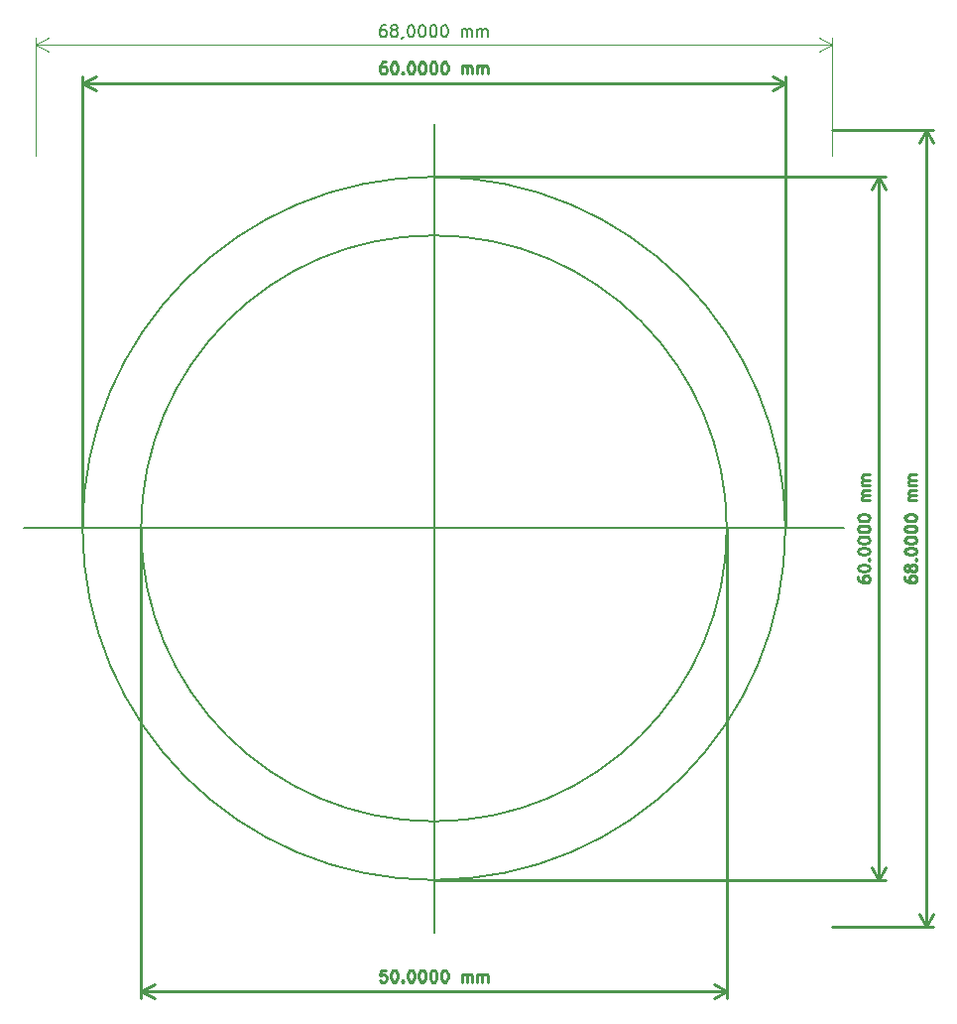
<source format=gbr>
G04 #@! TF.GenerationSoftware,KiCad,Pcbnew,6.0.11-2627ca5db0~126~ubuntu22.04.1*
G04 #@! TF.CreationDate,2023-12-06T10:27:33+01:00*
G04 #@! TF.ProjectId,roomthermostat,726f6f6d-7468-4657-926d-6f737461742e,C*
G04 #@! TF.SameCoordinates,Original*
G04 #@! TF.FileFunction,Other,Comment*
%FSLAX46Y46*%
G04 Gerber Fmt 4.6, Leading zero omitted, Abs format (unit mm)*
G04 Created by KiCad (PCBNEW 6.0.11-2627ca5db0~126~ubuntu22.04.1) date 2023-12-06 10:27:33*
%MOMM*%
%LPD*%
G01*
G04 APERTURE LIST*
%ADD10C,0.200000*%
%ADD11C,0.250000*%
%ADD12C,0.150000*%
%ADD13C,0.100000*%
G04 APERTURE END LIST*
D10*
X121915000Y-100370000D02*
G75*
G03*
X121915000Y-100370000I-25000000J0D01*
G01*
X126915000Y-100370000D02*
G75*
G03*
X126915000Y-100370000I-30000000J0D01*
G01*
X96915000Y-65870000D02*
X96915000Y-134870000D01*
X131915000Y-100370000D02*
X61915000Y-100370000D01*
X96915000Y-65870000D02*
X96915000Y-134870000D01*
X131915000Y-100370000D02*
X61915000Y-100370000D01*
D11*
X133117380Y-104512857D02*
X133117380Y-104703333D01*
X133165000Y-104798571D01*
X133212619Y-104846190D01*
X133355476Y-104941428D01*
X133545952Y-104989047D01*
X133926904Y-104989047D01*
X134022142Y-104941428D01*
X134069761Y-104893809D01*
X134117380Y-104798571D01*
X134117380Y-104608095D01*
X134069761Y-104512857D01*
X134022142Y-104465238D01*
X133926904Y-104417619D01*
X133688809Y-104417619D01*
X133593571Y-104465238D01*
X133545952Y-104512857D01*
X133498333Y-104608095D01*
X133498333Y-104798571D01*
X133545952Y-104893809D01*
X133593571Y-104941428D01*
X133688809Y-104989047D01*
X133117380Y-103798571D02*
X133117380Y-103703333D01*
X133165000Y-103608095D01*
X133212619Y-103560476D01*
X133307857Y-103512857D01*
X133498333Y-103465238D01*
X133736428Y-103465238D01*
X133926904Y-103512857D01*
X134022142Y-103560476D01*
X134069761Y-103608095D01*
X134117380Y-103703333D01*
X134117380Y-103798571D01*
X134069761Y-103893809D01*
X134022142Y-103941428D01*
X133926904Y-103989047D01*
X133736428Y-104036666D01*
X133498333Y-104036666D01*
X133307857Y-103989047D01*
X133212619Y-103941428D01*
X133165000Y-103893809D01*
X133117380Y-103798571D01*
X134022142Y-103036666D02*
X134069761Y-102989047D01*
X134117380Y-103036666D01*
X134069761Y-103084285D01*
X134022142Y-103036666D01*
X134117380Y-103036666D01*
X133117380Y-102370000D02*
X133117380Y-102274761D01*
X133165000Y-102179523D01*
X133212619Y-102131904D01*
X133307857Y-102084285D01*
X133498333Y-102036666D01*
X133736428Y-102036666D01*
X133926904Y-102084285D01*
X134022142Y-102131904D01*
X134069761Y-102179523D01*
X134117380Y-102274761D01*
X134117380Y-102370000D01*
X134069761Y-102465238D01*
X134022142Y-102512857D01*
X133926904Y-102560476D01*
X133736428Y-102608095D01*
X133498333Y-102608095D01*
X133307857Y-102560476D01*
X133212619Y-102512857D01*
X133165000Y-102465238D01*
X133117380Y-102370000D01*
X133117380Y-101417619D02*
X133117380Y-101322380D01*
X133165000Y-101227142D01*
X133212619Y-101179523D01*
X133307857Y-101131904D01*
X133498333Y-101084285D01*
X133736428Y-101084285D01*
X133926904Y-101131904D01*
X134022142Y-101179523D01*
X134069761Y-101227142D01*
X134117380Y-101322380D01*
X134117380Y-101417619D01*
X134069761Y-101512857D01*
X134022142Y-101560476D01*
X133926904Y-101608095D01*
X133736428Y-101655714D01*
X133498333Y-101655714D01*
X133307857Y-101608095D01*
X133212619Y-101560476D01*
X133165000Y-101512857D01*
X133117380Y-101417619D01*
X133117380Y-100465238D02*
X133117380Y-100370000D01*
X133165000Y-100274761D01*
X133212619Y-100227142D01*
X133307857Y-100179523D01*
X133498333Y-100131904D01*
X133736428Y-100131904D01*
X133926904Y-100179523D01*
X134022142Y-100227142D01*
X134069761Y-100274761D01*
X134117380Y-100370000D01*
X134117380Y-100465238D01*
X134069761Y-100560476D01*
X134022142Y-100608095D01*
X133926904Y-100655714D01*
X133736428Y-100703333D01*
X133498333Y-100703333D01*
X133307857Y-100655714D01*
X133212619Y-100608095D01*
X133165000Y-100560476D01*
X133117380Y-100465238D01*
X133117380Y-99512857D02*
X133117380Y-99417619D01*
X133165000Y-99322380D01*
X133212619Y-99274761D01*
X133307857Y-99227142D01*
X133498333Y-99179523D01*
X133736428Y-99179523D01*
X133926904Y-99227142D01*
X134022142Y-99274761D01*
X134069761Y-99322380D01*
X134117380Y-99417619D01*
X134117380Y-99512857D01*
X134069761Y-99608095D01*
X134022142Y-99655714D01*
X133926904Y-99703333D01*
X133736428Y-99750952D01*
X133498333Y-99750952D01*
X133307857Y-99703333D01*
X133212619Y-99655714D01*
X133165000Y-99608095D01*
X133117380Y-99512857D01*
X134117380Y-97989047D02*
X133450714Y-97989047D01*
X133545952Y-97989047D02*
X133498333Y-97941428D01*
X133450714Y-97846190D01*
X133450714Y-97703333D01*
X133498333Y-97608095D01*
X133593571Y-97560476D01*
X134117380Y-97560476D01*
X133593571Y-97560476D02*
X133498333Y-97512857D01*
X133450714Y-97417619D01*
X133450714Y-97274761D01*
X133498333Y-97179523D01*
X133593571Y-97131904D01*
X134117380Y-97131904D01*
X134117380Y-96655714D02*
X133450714Y-96655714D01*
X133545952Y-96655714D02*
X133498333Y-96608095D01*
X133450714Y-96512857D01*
X133450714Y-96370000D01*
X133498333Y-96274761D01*
X133593571Y-96227142D01*
X134117380Y-96227142D01*
X133593571Y-96227142D02*
X133498333Y-96179523D01*
X133450714Y-96084285D01*
X133450714Y-95941428D01*
X133498333Y-95846190D01*
X133593571Y-95798571D01*
X134117380Y-95798571D01*
X96915000Y-130370000D02*
X135501420Y-130370000D01*
X96915000Y-70370000D02*
X135501420Y-70370000D01*
X134915000Y-130370000D02*
X134915000Y-70370000D01*
X134915000Y-130370000D02*
X134915000Y-70370000D01*
X134915000Y-130370000D02*
X135501421Y-129243496D01*
X134915000Y-130370000D02*
X134328579Y-129243496D01*
X134915000Y-70370000D02*
X134328579Y-71496504D01*
X134915000Y-70370000D02*
X135501421Y-71496504D01*
X92772142Y-60572380D02*
X92581666Y-60572380D01*
X92486428Y-60620000D01*
X92438809Y-60667619D01*
X92343571Y-60810476D01*
X92295952Y-61000952D01*
X92295952Y-61381904D01*
X92343571Y-61477142D01*
X92391190Y-61524761D01*
X92486428Y-61572380D01*
X92676904Y-61572380D01*
X92772142Y-61524761D01*
X92819761Y-61477142D01*
X92867380Y-61381904D01*
X92867380Y-61143809D01*
X92819761Y-61048571D01*
X92772142Y-61000952D01*
X92676904Y-60953333D01*
X92486428Y-60953333D01*
X92391190Y-61000952D01*
X92343571Y-61048571D01*
X92295952Y-61143809D01*
X93486428Y-60572380D02*
X93581666Y-60572380D01*
X93676904Y-60620000D01*
X93724523Y-60667619D01*
X93772142Y-60762857D01*
X93819761Y-60953333D01*
X93819761Y-61191428D01*
X93772142Y-61381904D01*
X93724523Y-61477142D01*
X93676904Y-61524761D01*
X93581666Y-61572380D01*
X93486428Y-61572380D01*
X93391190Y-61524761D01*
X93343571Y-61477142D01*
X93295952Y-61381904D01*
X93248333Y-61191428D01*
X93248333Y-60953333D01*
X93295952Y-60762857D01*
X93343571Y-60667619D01*
X93391190Y-60620000D01*
X93486428Y-60572380D01*
X94248333Y-61477142D02*
X94295952Y-61524761D01*
X94248333Y-61572380D01*
X94200714Y-61524761D01*
X94248333Y-61477142D01*
X94248333Y-61572380D01*
X94915000Y-60572380D02*
X95010238Y-60572380D01*
X95105476Y-60620000D01*
X95153095Y-60667619D01*
X95200714Y-60762857D01*
X95248333Y-60953333D01*
X95248333Y-61191428D01*
X95200714Y-61381904D01*
X95153095Y-61477142D01*
X95105476Y-61524761D01*
X95010238Y-61572380D01*
X94915000Y-61572380D01*
X94819761Y-61524761D01*
X94772142Y-61477142D01*
X94724523Y-61381904D01*
X94676904Y-61191428D01*
X94676904Y-60953333D01*
X94724523Y-60762857D01*
X94772142Y-60667619D01*
X94819761Y-60620000D01*
X94915000Y-60572380D01*
X95867380Y-60572380D02*
X95962619Y-60572380D01*
X96057857Y-60620000D01*
X96105476Y-60667619D01*
X96153095Y-60762857D01*
X96200714Y-60953333D01*
X96200714Y-61191428D01*
X96153095Y-61381904D01*
X96105476Y-61477142D01*
X96057857Y-61524761D01*
X95962619Y-61572380D01*
X95867380Y-61572380D01*
X95772142Y-61524761D01*
X95724523Y-61477142D01*
X95676904Y-61381904D01*
X95629285Y-61191428D01*
X95629285Y-60953333D01*
X95676904Y-60762857D01*
X95724523Y-60667619D01*
X95772142Y-60620000D01*
X95867380Y-60572380D01*
X96819761Y-60572380D02*
X96915000Y-60572380D01*
X97010238Y-60620000D01*
X97057857Y-60667619D01*
X97105476Y-60762857D01*
X97153095Y-60953333D01*
X97153095Y-61191428D01*
X97105476Y-61381904D01*
X97057857Y-61477142D01*
X97010238Y-61524761D01*
X96915000Y-61572380D01*
X96819761Y-61572380D01*
X96724523Y-61524761D01*
X96676904Y-61477142D01*
X96629285Y-61381904D01*
X96581666Y-61191428D01*
X96581666Y-60953333D01*
X96629285Y-60762857D01*
X96676904Y-60667619D01*
X96724523Y-60620000D01*
X96819761Y-60572380D01*
X97772142Y-60572380D02*
X97867380Y-60572380D01*
X97962619Y-60620000D01*
X98010238Y-60667619D01*
X98057857Y-60762857D01*
X98105476Y-60953333D01*
X98105476Y-61191428D01*
X98057857Y-61381904D01*
X98010238Y-61477142D01*
X97962619Y-61524761D01*
X97867380Y-61572380D01*
X97772142Y-61572380D01*
X97676904Y-61524761D01*
X97629285Y-61477142D01*
X97581666Y-61381904D01*
X97534047Y-61191428D01*
X97534047Y-60953333D01*
X97581666Y-60762857D01*
X97629285Y-60667619D01*
X97676904Y-60620000D01*
X97772142Y-60572380D01*
X99295952Y-61572380D02*
X99295952Y-60905714D01*
X99295952Y-61000952D02*
X99343571Y-60953333D01*
X99438809Y-60905714D01*
X99581666Y-60905714D01*
X99676904Y-60953333D01*
X99724523Y-61048571D01*
X99724523Y-61572380D01*
X99724523Y-61048571D02*
X99772142Y-60953333D01*
X99867380Y-60905714D01*
X100010238Y-60905714D01*
X100105476Y-60953333D01*
X100153095Y-61048571D01*
X100153095Y-61572380D01*
X100629285Y-61572380D02*
X100629285Y-60905714D01*
X100629285Y-61000952D02*
X100676904Y-60953333D01*
X100772142Y-60905714D01*
X100915000Y-60905714D01*
X101010238Y-60953333D01*
X101057857Y-61048571D01*
X101057857Y-61572380D01*
X101057857Y-61048571D02*
X101105476Y-60953333D01*
X101200714Y-60905714D01*
X101343571Y-60905714D01*
X101438809Y-60953333D01*
X101486428Y-61048571D01*
X101486428Y-61572380D01*
X126915000Y-100370000D02*
X126915000Y-61783580D01*
X66915000Y-100370000D02*
X66915000Y-61783580D01*
X126915000Y-62370000D02*
X66915000Y-62370000D01*
X126915000Y-62370000D02*
X66915000Y-62370000D01*
X126915000Y-62370000D02*
X125788496Y-61783579D01*
X126915000Y-62370000D02*
X125788496Y-62956421D01*
X66915000Y-62370000D02*
X68041504Y-62956421D01*
X66915000Y-62370000D02*
X68041504Y-61783579D01*
X137117380Y-104512857D02*
X137117380Y-104703333D01*
X137165000Y-104798571D01*
X137212619Y-104846190D01*
X137355476Y-104941428D01*
X137545952Y-104989047D01*
X137926904Y-104989047D01*
X138022142Y-104941428D01*
X138069761Y-104893809D01*
X138117380Y-104798571D01*
X138117380Y-104608095D01*
X138069761Y-104512857D01*
X138022142Y-104465238D01*
X137926904Y-104417619D01*
X137688809Y-104417619D01*
X137593571Y-104465238D01*
X137545952Y-104512857D01*
X137498333Y-104608095D01*
X137498333Y-104798571D01*
X137545952Y-104893809D01*
X137593571Y-104941428D01*
X137688809Y-104989047D01*
X137545952Y-103846190D02*
X137498333Y-103941428D01*
X137450714Y-103989047D01*
X137355476Y-104036666D01*
X137307857Y-104036666D01*
X137212619Y-103989047D01*
X137165000Y-103941428D01*
X137117380Y-103846190D01*
X137117380Y-103655714D01*
X137165000Y-103560476D01*
X137212619Y-103512857D01*
X137307857Y-103465238D01*
X137355476Y-103465238D01*
X137450714Y-103512857D01*
X137498333Y-103560476D01*
X137545952Y-103655714D01*
X137545952Y-103846190D01*
X137593571Y-103941428D01*
X137641190Y-103989047D01*
X137736428Y-104036666D01*
X137926904Y-104036666D01*
X138022142Y-103989047D01*
X138069761Y-103941428D01*
X138117380Y-103846190D01*
X138117380Y-103655714D01*
X138069761Y-103560476D01*
X138022142Y-103512857D01*
X137926904Y-103465238D01*
X137736428Y-103465238D01*
X137641190Y-103512857D01*
X137593571Y-103560476D01*
X137545952Y-103655714D01*
X138022142Y-103036666D02*
X138069761Y-102989047D01*
X138117380Y-103036666D01*
X138069761Y-103084285D01*
X138022142Y-103036666D01*
X138117380Y-103036666D01*
X137117380Y-102370000D02*
X137117380Y-102274761D01*
X137165000Y-102179523D01*
X137212619Y-102131904D01*
X137307857Y-102084285D01*
X137498333Y-102036666D01*
X137736428Y-102036666D01*
X137926904Y-102084285D01*
X138022142Y-102131904D01*
X138069761Y-102179523D01*
X138117380Y-102274761D01*
X138117380Y-102370000D01*
X138069761Y-102465238D01*
X138022142Y-102512857D01*
X137926904Y-102560476D01*
X137736428Y-102608095D01*
X137498333Y-102608095D01*
X137307857Y-102560476D01*
X137212619Y-102512857D01*
X137165000Y-102465238D01*
X137117380Y-102370000D01*
X137117380Y-101417619D02*
X137117380Y-101322380D01*
X137165000Y-101227142D01*
X137212619Y-101179523D01*
X137307857Y-101131904D01*
X137498333Y-101084285D01*
X137736428Y-101084285D01*
X137926904Y-101131904D01*
X138022142Y-101179523D01*
X138069761Y-101227142D01*
X138117380Y-101322380D01*
X138117380Y-101417619D01*
X138069761Y-101512857D01*
X138022142Y-101560476D01*
X137926904Y-101608095D01*
X137736428Y-101655714D01*
X137498333Y-101655714D01*
X137307857Y-101608095D01*
X137212619Y-101560476D01*
X137165000Y-101512857D01*
X137117380Y-101417619D01*
X137117380Y-100465238D02*
X137117380Y-100370000D01*
X137165000Y-100274761D01*
X137212619Y-100227142D01*
X137307857Y-100179523D01*
X137498333Y-100131904D01*
X137736428Y-100131904D01*
X137926904Y-100179523D01*
X138022142Y-100227142D01*
X138069761Y-100274761D01*
X138117380Y-100370000D01*
X138117380Y-100465238D01*
X138069761Y-100560476D01*
X138022142Y-100608095D01*
X137926904Y-100655714D01*
X137736428Y-100703333D01*
X137498333Y-100703333D01*
X137307857Y-100655714D01*
X137212619Y-100608095D01*
X137165000Y-100560476D01*
X137117380Y-100465238D01*
X137117380Y-99512857D02*
X137117380Y-99417619D01*
X137165000Y-99322380D01*
X137212619Y-99274761D01*
X137307857Y-99227142D01*
X137498333Y-99179523D01*
X137736428Y-99179523D01*
X137926904Y-99227142D01*
X138022142Y-99274761D01*
X138069761Y-99322380D01*
X138117380Y-99417619D01*
X138117380Y-99512857D01*
X138069761Y-99608095D01*
X138022142Y-99655714D01*
X137926904Y-99703333D01*
X137736428Y-99750952D01*
X137498333Y-99750952D01*
X137307857Y-99703333D01*
X137212619Y-99655714D01*
X137165000Y-99608095D01*
X137117380Y-99512857D01*
X138117380Y-97989047D02*
X137450714Y-97989047D01*
X137545952Y-97989047D02*
X137498333Y-97941428D01*
X137450714Y-97846190D01*
X137450714Y-97703333D01*
X137498333Y-97608095D01*
X137593571Y-97560476D01*
X138117380Y-97560476D01*
X137593571Y-97560476D02*
X137498333Y-97512857D01*
X137450714Y-97417619D01*
X137450714Y-97274761D01*
X137498333Y-97179523D01*
X137593571Y-97131904D01*
X138117380Y-97131904D01*
X138117380Y-96655714D02*
X137450714Y-96655714D01*
X137545952Y-96655714D02*
X137498333Y-96608095D01*
X137450714Y-96512857D01*
X137450714Y-96370000D01*
X137498333Y-96274761D01*
X137593571Y-96227142D01*
X138117380Y-96227142D01*
X137593571Y-96227142D02*
X137498333Y-96179523D01*
X137450714Y-96084285D01*
X137450714Y-95941428D01*
X137498333Y-95846190D01*
X137593571Y-95798571D01*
X138117380Y-95798571D01*
X130915000Y-134370000D02*
X139501420Y-134370000D01*
X130915000Y-66370000D02*
X139501420Y-66370000D01*
X138915000Y-134370000D02*
X138915000Y-66370000D01*
X138915000Y-134370000D02*
X138915000Y-66370000D01*
X138915000Y-134370000D02*
X139501421Y-133243496D01*
X138915000Y-134370000D02*
X138328579Y-133243496D01*
X138915000Y-66370000D02*
X138328579Y-67496504D01*
X138915000Y-66370000D02*
X139501421Y-67496504D01*
D12*
X92772142Y-57426125D02*
X92581666Y-57426125D01*
X92486428Y-57473745D01*
X92438809Y-57521364D01*
X92343571Y-57664221D01*
X92295952Y-57854697D01*
X92295952Y-58235649D01*
X92343571Y-58330887D01*
X92391190Y-58378506D01*
X92486428Y-58426125D01*
X92676904Y-58426125D01*
X92772142Y-58378506D01*
X92819761Y-58330887D01*
X92867380Y-58235649D01*
X92867380Y-57997554D01*
X92819761Y-57902316D01*
X92772142Y-57854697D01*
X92676904Y-57807078D01*
X92486428Y-57807078D01*
X92391190Y-57854697D01*
X92343571Y-57902316D01*
X92295952Y-57997554D01*
X93438809Y-57854697D02*
X93343571Y-57807078D01*
X93295952Y-57759459D01*
X93248333Y-57664221D01*
X93248333Y-57616602D01*
X93295952Y-57521364D01*
X93343571Y-57473745D01*
X93438809Y-57426125D01*
X93629285Y-57426125D01*
X93724523Y-57473745D01*
X93772142Y-57521364D01*
X93819761Y-57616602D01*
X93819761Y-57664221D01*
X93772142Y-57759459D01*
X93724523Y-57807078D01*
X93629285Y-57854697D01*
X93438809Y-57854697D01*
X93343571Y-57902316D01*
X93295952Y-57949935D01*
X93248333Y-58045173D01*
X93248333Y-58235649D01*
X93295952Y-58330887D01*
X93343571Y-58378506D01*
X93438809Y-58426125D01*
X93629285Y-58426125D01*
X93724523Y-58378506D01*
X93772142Y-58330887D01*
X93819761Y-58235649D01*
X93819761Y-58045173D01*
X93772142Y-57949935D01*
X93724523Y-57902316D01*
X93629285Y-57854697D01*
X94295952Y-58378506D02*
X94295952Y-58426125D01*
X94248333Y-58521364D01*
X94200714Y-58568983D01*
X94915000Y-57426125D02*
X95010238Y-57426125D01*
X95105476Y-57473745D01*
X95153095Y-57521364D01*
X95200714Y-57616602D01*
X95248333Y-57807078D01*
X95248333Y-58045173D01*
X95200714Y-58235649D01*
X95153095Y-58330887D01*
X95105476Y-58378506D01*
X95010238Y-58426125D01*
X94915000Y-58426125D01*
X94819761Y-58378506D01*
X94772142Y-58330887D01*
X94724523Y-58235649D01*
X94676904Y-58045173D01*
X94676904Y-57807078D01*
X94724523Y-57616602D01*
X94772142Y-57521364D01*
X94819761Y-57473745D01*
X94915000Y-57426125D01*
X95867380Y-57426125D02*
X95962619Y-57426125D01*
X96057857Y-57473745D01*
X96105476Y-57521364D01*
X96153095Y-57616602D01*
X96200714Y-57807078D01*
X96200714Y-58045173D01*
X96153095Y-58235649D01*
X96105476Y-58330887D01*
X96057857Y-58378506D01*
X95962619Y-58426125D01*
X95867380Y-58426125D01*
X95772142Y-58378506D01*
X95724523Y-58330887D01*
X95676904Y-58235649D01*
X95629285Y-58045173D01*
X95629285Y-57807078D01*
X95676904Y-57616602D01*
X95724523Y-57521364D01*
X95772142Y-57473745D01*
X95867380Y-57426125D01*
X96819761Y-57426125D02*
X96915000Y-57426125D01*
X97010238Y-57473745D01*
X97057857Y-57521364D01*
X97105476Y-57616602D01*
X97153095Y-57807078D01*
X97153095Y-58045173D01*
X97105476Y-58235649D01*
X97057857Y-58330887D01*
X97010238Y-58378506D01*
X96915000Y-58426125D01*
X96819761Y-58426125D01*
X96724523Y-58378506D01*
X96676904Y-58330887D01*
X96629285Y-58235649D01*
X96581666Y-58045173D01*
X96581666Y-57807078D01*
X96629285Y-57616602D01*
X96676904Y-57521364D01*
X96724523Y-57473745D01*
X96819761Y-57426125D01*
X97772142Y-57426125D02*
X97867380Y-57426125D01*
X97962619Y-57473745D01*
X98010238Y-57521364D01*
X98057857Y-57616602D01*
X98105476Y-57807078D01*
X98105476Y-58045173D01*
X98057857Y-58235649D01*
X98010238Y-58330887D01*
X97962619Y-58378506D01*
X97867380Y-58426125D01*
X97772142Y-58426125D01*
X97676904Y-58378506D01*
X97629285Y-58330887D01*
X97581666Y-58235649D01*
X97534047Y-58045173D01*
X97534047Y-57807078D01*
X97581666Y-57616602D01*
X97629285Y-57521364D01*
X97676904Y-57473745D01*
X97772142Y-57426125D01*
X99295952Y-58426125D02*
X99295952Y-57759459D01*
X99295952Y-57854697D02*
X99343571Y-57807078D01*
X99438809Y-57759459D01*
X99581666Y-57759459D01*
X99676904Y-57807078D01*
X99724523Y-57902316D01*
X99724523Y-58426125D01*
X99724523Y-57902316D02*
X99772142Y-57807078D01*
X99867380Y-57759459D01*
X100010238Y-57759459D01*
X100105476Y-57807078D01*
X100153095Y-57902316D01*
X100153095Y-58426125D01*
X100629285Y-58426125D02*
X100629285Y-57759459D01*
X100629285Y-57854697D02*
X100676904Y-57807078D01*
X100772142Y-57759459D01*
X100915000Y-57759459D01*
X101010238Y-57807078D01*
X101057857Y-57902316D01*
X101057857Y-58426125D01*
X101057857Y-57902316D02*
X101105476Y-57807078D01*
X101200714Y-57759459D01*
X101343571Y-57759459D01*
X101438809Y-57807078D01*
X101486428Y-57902316D01*
X101486428Y-58426125D01*
D13*
X130915000Y-68620000D02*
X130915000Y-58537325D01*
X62915000Y-68620000D02*
X62915000Y-58537325D01*
X130915000Y-59123745D02*
X62915000Y-59123745D01*
X130915000Y-59123745D02*
X62915000Y-59123745D01*
X130915000Y-59123745D02*
X129788496Y-58537324D01*
X130915000Y-59123745D02*
X129788496Y-59710166D01*
X62915000Y-59123745D02*
X64041504Y-59710166D01*
X62915000Y-59123745D02*
X64041504Y-58537324D01*
D11*
X92819761Y-138072380D02*
X92343571Y-138072380D01*
X92295952Y-138548571D01*
X92343571Y-138500952D01*
X92438809Y-138453333D01*
X92676904Y-138453333D01*
X92772142Y-138500952D01*
X92819761Y-138548571D01*
X92867380Y-138643809D01*
X92867380Y-138881904D01*
X92819761Y-138977142D01*
X92772142Y-139024761D01*
X92676904Y-139072380D01*
X92438809Y-139072380D01*
X92343571Y-139024761D01*
X92295952Y-138977142D01*
X93486428Y-138072380D02*
X93581666Y-138072380D01*
X93676904Y-138120000D01*
X93724523Y-138167619D01*
X93772142Y-138262857D01*
X93819761Y-138453333D01*
X93819761Y-138691428D01*
X93772142Y-138881904D01*
X93724523Y-138977142D01*
X93676904Y-139024761D01*
X93581666Y-139072380D01*
X93486428Y-139072380D01*
X93391190Y-139024761D01*
X93343571Y-138977142D01*
X93295952Y-138881904D01*
X93248333Y-138691428D01*
X93248333Y-138453333D01*
X93295952Y-138262857D01*
X93343571Y-138167619D01*
X93391190Y-138120000D01*
X93486428Y-138072380D01*
X94248333Y-138977142D02*
X94295952Y-139024761D01*
X94248333Y-139072380D01*
X94200714Y-139024761D01*
X94248333Y-138977142D01*
X94248333Y-139072380D01*
X94915000Y-138072380D02*
X95010238Y-138072380D01*
X95105476Y-138120000D01*
X95153095Y-138167619D01*
X95200714Y-138262857D01*
X95248333Y-138453333D01*
X95248333Y-138691428D01*
X95200714Y-138881904D01*
X95153095Y-138977142D01*
X95105476Y-139024761D01*
X95010238Y-139072380D01*
X94915000Y-139072380D01*
X94819761Y-139024761D01*
X94772142Y-138977142D01*
X94724523Y-138881904D01*
X94676904Y-138691428D01*
X94676904Y-138453333D01*
X94724523Y-138262857D01*
X94772142Y-138167619D01*
X94819761Y-138120000D01*
X94915000Y-138072380D01*
X95867380Y-138072380D02*
X95962619Y-138072380D01*
X96057857Y-138120000D01*
X96105476Y-138167619D01*
X96153095Y-138262857D01*
X96200714Y-138453333D01*
X96200714Y-138691428D01*
X96153095Y-138881904D01*
X96105476Y-138977142D01*
X96057857Y-139024761D01*
X95962619Y-139072380D01*
X95867380Y-139072380D01*
X95772142Y-139024761D01*
X95724523Y-138977142D01*
X95676904Y-138881904D01*
X95629285Y-138691428D01*
X95629285Y-138453333D01*
X95676904Y-138262857D01*
X95724523Y-138167619D01*
X95772142Y-138120000D01*
X95867380Y-138072380D01*
X96819761Y-138072380D02*
X96915000Y-138072380D01*
X97010238Y-138120000D01*
X97057857Y-138167619D01*
X97105476Y-138262857D01*
X97153095Y-138453333D01*
X97153095Y-138691428D01*
X97105476Y-138881904D01*
X97057857Y-138977142D01*
X97010238Y-139024761D01*
X96915000Y-139072380D01*
X96819761Y-139072380D01*
X96724523Y-139024761D01*
X96676904Y-138977142D01*
X96629285Y-138881904D01*
X96581666Y-138691428D01*
X96581666Y-138453333D01*
X96629285Y-138262857D01*
X96676904Y-138167619D01*
X96724523Y-138120000D01*
X96819761Y-138072380D01*
X97772142Y-138072380D02*
X97867380Y-138072380D01*
X97962619Y-138120000D01*
X98010238Y-138167619D01*
X98057857Y-138262857D01*
X98105476Y-138453333D01*
X98105476Y-138691428D01*
X98057857Y-138881904D01*
X98010238Y-138977142D01*
X97962619Y-139024761D01*
X97867380Y-139072380D01*
X97772142Y-139072380D01*
X97676904Y-139024761D01*
X97629285Y-138977142D01*
X97581666Y-138881904D01*
X97534047Y-138691428D01*
X97534047Y-138453333D01*
X97581666Y-138262857D01*
X97629285Y-138167619D01*
X97676904Y-138120000D01*
X97772142Y-138072380D01*
X99295952Y-139072380D02*
X99295952Y-138405714D01*
X99295952Y-138500952D02*
X99343571Y-138453333D01*
X99438809Y-138405714D01*
X99581666Y-138405714D01*
X99676904Y-138453333D01*
X99724523Y-138548571D01*
X99724523Y-139072380D01*
X99724523Y-138548571D02*
X99772142Y-138453333D01*
X99867380Y-138405714D01*
X100010238Y-138405714D01*
X100105476Y-138453333D01*
X100153095Y-138548571D01*
X100153095Y-139072380D01*
X100629285Y-139072380D02*
X100629285Y-138405714D01*
X100629285Y-138500952D02*
X100676904Y-138453333D01*
X100772142Y-138405714D01*
X100915000Y-138405714D01*
X101010238Y-138453333D01*
X101057857Y-138548571D01*
X101057857Y-139072380D01*
X101057857Y-138548571D02*
X101105476Y-138453333D01*
X101200714Y-138405714D01*
X101343571Y-138405714D01*
X101438809Y-138453333D01*
X101486428Y-138548571D01*
X101486428Y-139072380D01*
X121915000Y-100370000D02*
X121915000Y-140456420D01*
X71915000Y-100370000D02*
X71915000Y-140456420D01*
X121915000Y-139870000D02*
X71915000Y-139870000D01*
X121915000Y-139870000D02*
X71915000Y-139870000D01*
X121915000Y-139870000D02*
X120788496Y-139283579D01*
X121915000Y-139870000D02*
X120788496Y-140456421D01*
X71915000Y-139870000D02*
X73041504Y-140456421D01*
X71915000Y-139870000D02*
X73041504Y-139283579D01*
M02*

</source>
